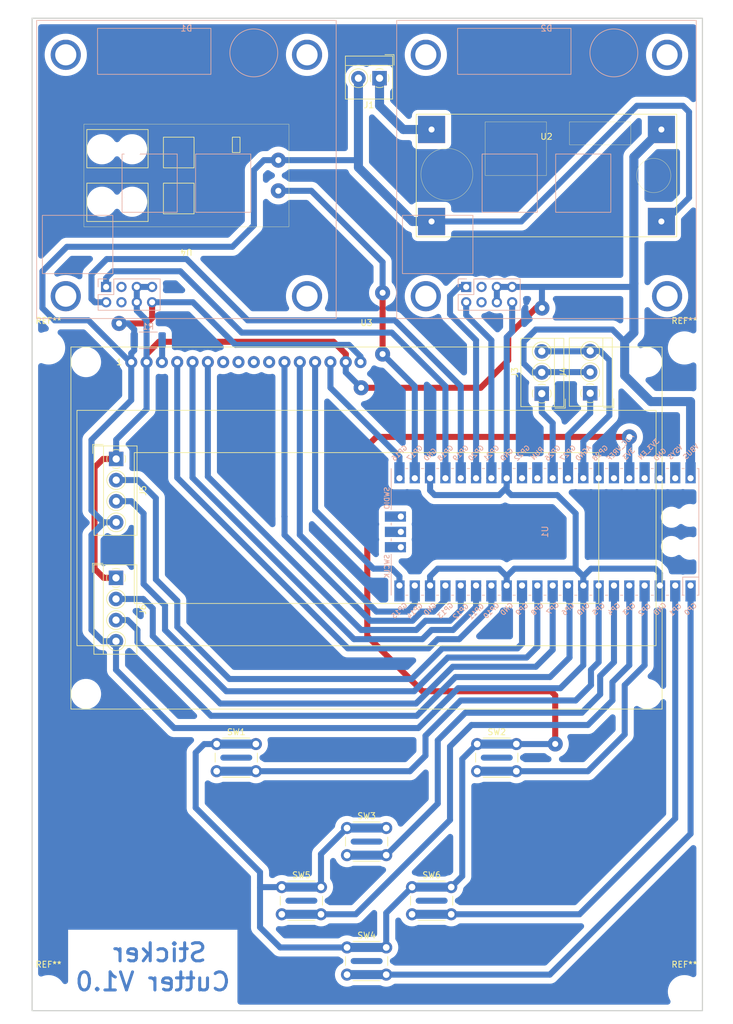
<source format=kicad_pcb>
(kicad_pcb (version 20211014) (generator pcbnew)
  (layers (0 "F.Cu" signal) (31 "B.Cu" signal) (34 "B.Paste" user) (35 "F.Paste" user) (36 "B.SilkS" user "B.Silkscreen") (37 "F.SilkS" user "F.Silkscreen") (38 "B.Mask" user) (39 "F.Mask" user) (44 "Edge.Cuts" user))
  (net 0 "")
  (net 1 "GND")
  (net 12 "+5V")
  (net 13 "/ENC_0_A")
  (net 14 "/ENC_0_B")
  (net 15 "/ENC_1_A")
  (net 16 "/ENC_1_B")
  (net 17 "/Sense Paper")
  (net 18 "/Sense Line")
  (net 19 "24V")
  (net 21 "Net-(R1-Pad1)")
  (net 22 "/RS")
  (net 23 "/RW")
  (net 24 "/EN")
  (net 25 "/Data_4")
  (net 26 "/Data_5")
  (net 27 "/Data_6")
  (net 28 "/Data_7")
  (net 29 "/Knife")
  (net 30 "/Servo_0_RPWM")
  (net 31 "/Servo_0_LPWM")
  (net 32 "/Servo_1_RPWM")
  (net 33 "/Servo_1_LPWM")
  (net 36 "+3.3V")
  (net 37 "/Forward")
  (net 38 "/Backward")
  (net 39 "/Left")
  (net 40 "/Right")
  (net 45 "/F1")
  (net 46 "/F2")
  (net 48 "/AGND")
  (net 49 "/Out")
  (net 50 "/In")
  (footprint "Button_Switch_THT:SW_PUSH_6mm" (layer "F.Cu") (at 72.188 167.076218)
    (fp_text reference "SW5")
    (fp_text value "Left")
  )
  (footprint "Button_Switch_THT:SW_PUSH_6mm" (layer "F.Cu") (at 93.778 167.076218)
    (fp_text reference "SW6")
    (fp_text value "Right")
  )
  (footprint "" (layer "F.Cu") (at 85.344 84.328)
    (fp_text reference "")
    (fp_text value "")
  )
  (footprint "TerminalBlock_4Ucon:TerminalBlock_4Ucon_1x03_P3.50mm_Horizontal" (layer "F.Cu") (at 115.285 85.288 90)
    (fp_text reference "J3")
    (fp_text value "Line Sensor")
  )
  (footprint "Button_Switch_THT:SW_PUSH_6mm" (layer "F.Cu") (at 83.000782 157.278436)
    (fp_text reference "SW3")
    (fp_text value "In")
  )
  (footprint "HD44780:HD44780 2004A" (layer "F.Cu") (at 86.233 107.569)
    (fp_text reference "U3")
    (fp_text value "LCD20x4_HD44780")
  )
  (footprint "" (layer "F.Cu") (at 115.316 71.12)
    (fp_text reference "")
    (fp_text value "")
  )
  (footprint "TerminalBlock_4Ucon:TerminalBlock_4Ucon_1x04_P3.50mm_Horizontal" (layer "F.Cu") (at 44.704 115.824 -90)
    (fp_text reference "J6")
    (fp_text value "ENC_1")
  )
  (footprint "" (layer "F.Cu") (at 88.9 68.58)
    (fp_text reference "")
    (fp_text value "")
  )
  (footprint "MountingHole:MountingHole_3.5mm" (layer "F.Cu") (at 33.528 184.404)
    (fp_text reference "REF**")
    (fp_text value "MountingHole_3.5mm")
  )
  (footprint "power_module:LM2596S DC-DC Converter module" (layer "F.Cu") (at 116.0653 49.149)
    (fp_text reference "U2")
    (fp_text value "DC-DC_LM2596s")
  )
  (footprint "" (layer "F.Cu") (at 117.516397 143.352707)
    (fp_text reference "")
    (fp_text value "")
  )
  (footprint "" (layer "F.Cu") (at 88.9 78.74)
    (fp_text reference "")
    (fp_text value "")
  )
  (footprint "Button_Switch_THT:SW_PUSH_6mm" (layer "F.Cu") (at 61.393 143.368436)
    (fp_text reference "SW1")
    (fp_text value "F1")
  )
  (footprint "MountingHole:MountingHole_3.5mm" (layer "F.Cu") (at 138.938 77.724)
    (fp_text reference "REF**")
    (fp_text value "MountingHole_3.5mm")
  )
  (footprint "MOS_Switches:MOS_PWM_15A" (layer "F.Cu") (at 56.3753 49.149 180)
    (fp_text reference "U4")
    (fp_text value "PWM_MOS_15A")
  )
  (footprint "Button_Switch_THT:SW_PUSH_6mm" (layer "F.Cu") (at 83.000782 177.074)
    (fp_text reference "SW4")
    (fp_text value "Out")
  )
  (footprint "TerminalBlock_4Ucon:TerminalBlock_4Ucon_1x02_P3.50mm_Horizontal" (layer "F.Cu") (at 88.392 33.02 180)
    (fp_text reference "J1")
    (fp_text value "24V")
  )
  (footprint "TerminalBlock_4Ucon:TerminalBlock_4Ucon_1x04_P3.50mm_Horizontal" (layer "F.Cu") (at 44.735 96.124 -90)
    (fp_text reference "J5")
    (fp_text value "ENC_0")
  )
  (footprint "MountingHole:MountingHole_3.5mm" (layer "F.Cu") (at 33.528 77.724)
    (fp_text reference "REF**")
    (fp_text value "MountingHole_3.5mm")
  )
  (footprint "TerminalBlock_4Ucon:TerminalBlock_4Ucon_1x03_P3.50mm_Horizontal" (layer "F.Cu") (at 123.313 85.232 90)
    (fp_text reference "J4")
    (fp_text value "Paper Sensor")
  )
  (footprint "MountingHole:MountingHole_3.5mm" (layer "F.Cu") (at 138.938 184.404)
    (fp_text reference "REF**")
    (fp_text value "MountingHole_3.5mm")
  )
  (footprint "" (layer "F.Cu") (at 129.813286 92.469792)
    (fp_text reference "")
    (fp_text value "")
  )
  (footprint "" (layer "F.Cu") (at 45.212 73.66)
    (fp_text reference "")
    (fp_text value "")
  )
  (footprint "Button_Switch_THT:SW_PUSH_6mm" (layer "F.Cu") (at 104.573 143.368436)
    (fp_text reference "SW2")
    (fp_text value "F2")
  )
  (footprint "Resistor_SMD:R_2010_5025Metric" (layer "B.Cu") (at 50.038 76.454 180)
    (fp_text reference "R1")
    (fp_text value "330")
  )
  (footprint "Handsontech:BTS7960" (layer "B.Cu") (at 56.3753 49.149 180)
    (fp_text reference "D1")
    (fp_text value "BTS7960")
  )
  (footprint "MCU_RaspberryPi_and_Boards:RPi_Pico_SMD_TH" (layer "B.Cu") (at 115.824 108.204 90)
    (fp_text reference "U1")
    (fp_text value "Pico")
  )
  (footprint "Handsontech:BTS7960" (layer "B.Cu") (at 116.0653 49.149 180)
    (fp_text reference "D2")
    (fp_text value "BTS7960")
  )
  (gr_rect (start 30.793 23.086) (end 141.918 187.551) (layer "Edge.Cuts") (width 0.2) (fill none))
  (gr_text "Sticker \nCutter V1.0" (at 50.8 180.34) (layer "B.Cu") (effects (font (size 3 3) (thickness 0.5)) (justify mirror)))
  (segment (start 49.784 73.66) (end 50.6903 72.7537) (width 1) (layer "F.Cu") (net 1))
  (segment (start 50.6903 72.7537) (end 50.6903 70.1548) (width 1) (layer "F.Cu") (net 1))
  (segment (start 45.212 73.66) (end 49.784 73.66) (width 1) (layer "F.Cu") (net 1))
  (segment (start 84.821 46.609) (end 84.892 46.68) (width 1) (layer "B.Cu") (net 1))
  (segment (start 96.774 115.57) (end 96.774 117.094) (width 1) (layer "B.Cu") (net 1))
  (segment (start 42.728 106.624) (end 44.735 106.624) (width 1) (layer "B.Cu") (net 1))
  (segment (start 97.0153 56.769) (end 93.853 56.769) (width 1.5) (layer "B.Cu") (net 1))
  (segment (start 109.474 99.314) (end 109.474 101.346) (width 1) (layer "B.Cu") (net 1))
  (segment (start 40.132 73.152) (end 34.544 73.152) (width 1) (layer "B.Cu") (net 1))
  (segment (start 45.212 73.66) (end 46.736 73.66) (width 1) (layer "B.Cu") (net 1))
  (segment (start 42.672 106.68) (end 42.728 106.624) (width 1) (layer "B.Cu") (net 1))
  (segment (start 47.233 78.624) (end 47.233 80.069) (width 1) (layer "B.Cu") (net 1))
  (segment (start 109.474 115.57) (end 109.474 117.094) (width 1) (layer "B.Cu") (net 1))
  (segment (start 122.174 117.094) (end 122.174 115.57) (width 1) (layer "B.Cu") (net 1))
  (segment (start 71.6153 46.609) (end 84.821 46.609) (width 1) (layer "B.Cu") (net 1))
  (segment (start 47.7255 78.1315) (end 47.233 78.624) (width 1) (layer "B.Cu") (net 1))
  (segment (start 83.312 77.216) (end 64.516 77.216) (width 1) (layer "B.Cu") (net 1))
  (segment (start 40.64 124.46) (end 40.64 108.712) (width 1) (layer "B.Cu") (net 1))
  (segment (start 47.7255 76.454) (end 47.7255 78.1315) (width 1) (layer "B.Cu") (net 1))
  (segment (start 109.474 75.946) (end 110.3803 75.0397) (width 1) (layer "B.Cu") (net 1))
  (segment (start 109.474 115.57) (end 108.204 114.3) (width 1) (layer "B.Cu") (net 1))
  (segment (start 46.736 73.66) (end 47.7255 74.6495) (width 1) (layer "B.Cu") (net 1))
  (segment (start 139.7 38.608) (end 138.684 37.592) (width 1) (layer "B.Cu") (net 1))
  (segment (start 97.536 102.108) (end 108.204 102.108) (width 1) (layer "B.Cu") (net 1))
  (segment (start 96.774 101.346) (end 97.536 102.108) (width 1) (layer "B.Cu") (net 1))
  (segment (start 40.64 92.964) (end 40.64 104.648) (width 1) (layer "B.Cu") (net 1))
  (segment (start 32.512 71.12) (end 32.512 65.024) (width 1) (layer "B.Cu") (net 1))
  (segment (start 110.3803 75.0397) (end 110.3803 70.1548) (width 1) (layer "B.Cu") (net 1))
  (segment (start 47.049 80.069) (end 40.132 73.152) (width 1) (layer "B.Cu") (net 1))
  (segment (start 117.856 102.108) (end 120.904 105.156) (width 1) (layer "B.Cu") (net 1))
  (segment (start 54.356 140.716) (end 44.704 131.064) (width 1) (layer "B.Cu") (net 1))
  (segment (start 122.174 115.57) (end 120.904 114.3) (width 1) (layer "B.Cu") (net 1))
  (segment (start 47.233 86.371) (end 40.64 92.964) (width 1) (layer "B.Cu") (net 1))
  (segment (start 98.044 114.3) (end 96.774 115.57) (width 1) (layer "B.Cu") (net 1))
  (segment (start 34.544 73.152) (end 32.512 71.12) (width 1) (layer "B.Cu") (net 1))
  (segment (start 109.474 101.346) (end 110.236 102.108) (width 1) (layer "B.Cu") (net 1))
  (segment (start 93.853 56.769) (end 84.892 47.808) (width 1.5) (layer "B.Cu") (net 1))
  (segment (start 85.233 79.137) (end 83.312 77.216) (width 1) (layer "B.Cu") (net 1))
  (segment (start 64.516 77.216) (end 57.4548 70.1548) (width 1) (layer "B.Cu") (net 1))
  (segment (start 96.774 99.314) (end 96.774 101.346) (width 1) (layer "B.Cu") (net 1))
  (segment (start 134.874 117.094) (end 134.874 115.062) (width 1) (layer "B.Cu") (net 1))
  (segment (start 131.064 37.592) (end 111.887 56.769) (width 1) (layer "B.Cu") (net 1))
  (segment (start 134.874 115.062) (end 134.112 114.3) (width 1) (layer "B.Cu") (net 1))
  (segment (start 84.892 46.68) (end 84.892 33.02) (width 1.5) (layer "B.Cu") (net 1))
  (segment (start 139.7 52.832) (end 139.7 38.608) (width 1) (layer "B.Cu") (net 1))
  (segment (start 108.204 114.3) (end 98.044 114.3) (width 1) (layer "B.Cu") (net 1))
  (segment (start 118.364 134.112) (end 101.426944 134.112) (width 1) (layer "B.Cu") (net 1))
  (segment (start 42.504 126.324) (end 40.64 124.46) (width 1) (layer "B.Cu") (net 1))
  (segment (start 85.233 80.069) (end 85.233 79.137) (width 1) (layer "B.Cu") (net 1))
  (segment (start 134.874 117.094) (end 134.983001 117.203001) (width 1) (layer "B.Cu") (net 1))
  (segment (start 134.112 114.3) (end 123.444 114.3) (width 1) (layer "B.Cu") (net 1))
  (segment (start 122.174 130.302) (end 118.364 134.112) (width 1) (layer "B.Cu") (net 1))
  (segment (start 109.474 100.838) (end 109.474 99.314) (width 1) (layer "B.Cu") (net 1))
  (segment (start 67.564 48.26) (end 69.215 46.609) (width 1) (layer "B.Cu") (net 1))
  (segment (start 44.704 131.064) (end 44.704 126.324) (width 1) (layer "B.Cu") (net 1))
  (segment (start 44.704 126.324) (end 42.504 126.324) (width 1) (layer "B.Cu") (net 1))
  (segment (start 67.564 57.404) (end 67.564 48.26) (width 1) (layer "B.Cu") (net 1))
  (segment (start 109.474 99.314) (end 109.474 75.946) (width 1) (layer "B.Cu") (net 1))
  (segment (start 101.426944 134.112) (end 94.822944 140.716) (width 1) (layer "B.Cu") (net 1))
  (segment (start 84.892 47.808) (end 84.892 46.68) (width 1.5) (layer "B.Cu") (net 1))
  (segment (start 47.233 80.069) (end 47.049 80.069) (width 1) (layer "B.Cu") (net 1))
  (segment (start 36.576 60.96) (end 64.008 60.96) (width 1) (layer "B.Cu") (net 1))
  (segment (start 57.4548 70.1548) (end 50.6903 70.1548) (width 1) (layer "B.Cu") (net 1))
  (segment (start 120.904 114.3) (end 110.744 114.3) (width 1) (layer "B.Cu") (net 1))
  (segment (start 111.887 56.769) (end 97.0153 56.769) (width 1) (layer "B.Cu") (net 1))
  (segment (start 120.904 105.156) (end 120.904 114.3) (width 1) (layer "B.Cu") (net 1))
  (segment (start 123.444 114.3) (end 122.174 115.57) (width 1) (layer "B.Cu") (net 1))
  (segment (start 47.233 80.069) (end 47.233 86.371) (width 1) (layer "B.Cu") (net 1))
  (segment (start 94.822944 140.716) (end 54.356 140.716) (width 1) (layer "B.Cu") (net 1))
  (segment (start 64.008 60.96) (end 67.564 57.404) (width 1) (layer "B.Cu") (net 1))
  (segment (start 135.1153 56.769) (end 135.763 56.769) (width 1) (layer "B.Cu") (net 1))
  (segment (start 40.64 108.712) (end 42.728 106.624) (width 1) (layer "B.Cu") (net 1))
  (segment (start 108.204 102.108) (end 109.474 100.838) (width 1) (layer "B.Cu") (net 1))
  (segment (start 122.174 117.094) (end 122.174 130.302) (width 1) (layer "B.Cu") (net 1))
  (segment (start 32.512 65.024) (end 36.576 60.96) (width 1) (layer "B.Cu") (net 1))
  (segment (start 110.744 114.3) (end 109.474 115.57) (width 1) (layer "B.Cu") (net 1))
  (segment (start 47.7255 74.6495) (end 47.7255 76.454) (width 1) (layer "B.Cu") (net 1))
  (segment (start 135.763 56.769) (end 139.7 52.832) (width 1) (layer "B.Cu") (net 1))
  (segment (start 138.684 37.592) (end 131.064 37.592) (width 1) (layer "B.Cu") (net 1))
  (segment (start 110.236 102.108) (end 117.856 102.108) (width 1) (layer "B.Cu") (net 1))
  (segment (start 69.215 46.609) (end 71.6153 46.609) (width 1) (layer "B.Cu") (net 1))
  (segment (start 40.64 104.648) (end 42.672 106.68) (width 1) (layer "B.Cu") (net 1))
  (segment (start 51.816 76.708) (end 80.772 76.708) (width 1) (layer "F.Cu") (net 12))
  (segment (start 105.156 84.328) (end 109.728 79.756) (width 1) (layer "F.Cu") (net 12))
  (segment (start 44.735 96.124) (end 42.56 96.124) (width 1) (layer "F.Cu") (net 12))
  (segment (start 109.728 75.692) (end 114.3 71.12) (width 1) (layer "F.Cu") (net 12))
  (segment (start 49.773 80.069) (end 49.773 78.751) (width 1) (layer "F.Cu") (net 12))
  (segment (start 80.772 76.708) (end 82.804 78.74) (width 1) (layer "F.Cu") (net 12))
  (segment (start 85.344 84.328) (end 105.156 84.328) (width 1) (layer "F.Cu") (net 12))
  (segment (start 109.728 79.756) (end 109.728 75.692) (width 1) (layer "F.Cu") (net 12))
  (segment (start 82.804 78.74) (end 82.804 80.058) (width 1) (layer "F.Cu") (net 12))
  (segment (start 42.672 115.824) (end 44.704 115.824) (width 1) (layer "F.Cu") (net 12))
  (segment (start 42.56 96.124) (end 41.148 97.536) (width 1) (layer "F.Cu") (net 12))
  (segment (start 41.148 97.536) (end 41.148 114.3) (width 1) (layer "F.Cu") (net 12))
  (segment (start 114.3 71.12) (end 115.316 71.12) (width 1) (layer "F.Cu") (net 12))
  (segment (start 49.773 78.751) (end 51.816 76.708) (width 1) (layer "F.Cu") (net 12))
  (segment (start 41.148 114.3) (end 42.672 115.824) (width 1) (layer "F.Cu") (net 12))
  (segment (start 82.804 80.058) (end 82.793 80.069) (width 1) (layer "F.Cu") (net 12))
  (segment (start 129.032 76.708) (end 129.032 82.296) (width 1.5) (layer "B.Cu") (net 12))
  (segment (start 130.556 75.184) (end 129.032 76.708) (width 1.5) (layer "B.Cu") (net 12))
  (segment (start 115.341 81.732) (end 115.285 81.788) (width 1) (layer "B.Cu") (net 12))
  (segment (start 44.735 92.933) (end 44.735 96.124) (width 1) (layer "B.Cu") (net 12))
  (segment (start 139.954 86.614) (end 133.35 86.614) (width 1.5) (layer "B.Cu") (net 12))
  (segment (start 135.1153 41.529) (end 130.556 46.0883) (width 1.5) (layer "B.Cu") (net 12))
  (segment (start 129.9972 67.6148) (end 130.556 67.056) (width 1) (layer "B.Cu") (net 12))
  (segment (start 82.793 81.777) (end 85.344 84.328) (width 1) (layer "B.Cu") (net 12))
  (segment (start 115.316 67.6656) (end 115.3668 67.6148) (width 1) (layer "B.Cu") (net 12))
  (segment (start 82.793 80.069) (end 82.793 81.777) (width 1) (layer "B.Cu") (net 12))
  (segment (start 107.8403 70.1548) (end 107.8403 67.6148) (width 1) (layer "B.Cu") (net 12))
  (segment (start 49.773 87.895) (end 44.735 92.933) (width 1) (layer "B.Cu") (net 12))
  (segment (start 49.773 74.687) (end 49.784 74.676) (width 1) (layer "B.Cu") (net 12))
  (segment (start 139.954 86.614) (end 139.954 99.314) (width 1.5) (layer "B.Cu") (net 12))
  (segment (start 114.3 74.676) (end 127 74.676) (width 1) (layer "B.Cu") (net 12))
  (segment (start 49.773 80.069) (end 49.773 74.687) (width 1) (layer "B.Cu") (net 12))
  (segment (start 110.3803 67.6148) (end 115.3668 67.6148) (width 1) (layer "B.Cu") (net 12))
  (segment (start 112.268 76.708) (end 114.3 74.676) (width 1) (layer "B.Cu") (net 12))
  (segment (start 48.1503 71.5183) (end 48.1503 70.1548) (width 1) (layer "B.Cu") (net 12))
  (segment (start 130.556 67.056) (end 130.556 75.184) (width 1.5) (layer "B.Cu") (net 12))
  (segment (start 130.556 46.0883) (end 130.556 67.056) (width 1.5) (layer "B.Cu") (net 12))
  (segment (start 48.1503 70.1548) (end 48.1503 67.6148) (width 1) (layer "B.Cu") (net 12))
  (segment (start 49.784 73.152) (end 48.1503 71.5183) (width 1) (layer "B.Cu") (net 12))
  (segment (start 48.1503 67.6148) (end 50.6903 67.6148) (width 1) (layer "B.Cu") (net 12))
  (segment (start 113.792 81.788) (end 112.268 80.264) (width 1) (layer "B.Cu") (net 12))
  (segment (start 127 74.676) (end 129.032 76.708) (width 1) (layer "B.Cu") (net 12))
  (segment (start 49.773 80.069) (end 49.773 87.895) (width 1) (layer "B.Cu") (net 12))
  (segment (start 133.35 86.614) (end 129.032 82.296) (width 1.5) (layer "B.Cu") (net 12))
  (segment (start 49.784 74.676) (end 49.784 73.152) (width 1) (layer "B.Cu") (net 12))
  (segment (start 123.313 81.732) (end 115.341 81.732) (width 1) (layer "B.Cu") (net 12))
  (segment (start 112.268 80.264) (end 112.268 76.708) (width 1) (layer "B.Cu") (net 12))
  (segment (start 115.285 81.788) (end 113.792 81.788) (width 1) (layer "B.Cu") (net 12))
  (segment (start 110.3803 67.6148) (end 107.8403 67.6148) (width 1) (layer "B.Cu") (net 12))
  (segment (start 115.3668 67.6148) (end 129.9972 67.6148) (width 1) (layer "B.Cu") (net 12))
  (segment (start 115.316 71.12) (end 115.316 67.6656) (width 1) (layer "B.Cu") (net 12))
  (segment (start 51.308 102.616) (end 48.316 99.624) (width 1) (layer "B.Cu") (net 13))
  (segment (start 63.5 132.588) (end 54.864 123.952) (width 1) (layer "B.Cu") (net 13))
  (segment (start 112.014 117.094) (end 112.014 126.746) (width 1) (layer "B.Cu") (net 13))
  (segment (start 93.718847 132.588) (end 63.5 132.588) (width 1) (layer "B.Cu") (net 13))
  (segment (start 98.798847 127.508) (end 93.718847 132.588) (width 1) (layer "B.Cu") (net 13))
  (segment (start 112.014 126.746) (end 111.252 127.508) (width 1) (layer "B.Cu") (net 13))
  (segment (start 51.308 116.078) (end 51.308 102.616) (width 1) (layer "B.Cu") (net 13))
  (segment (start 48.316 99.624) (end 44.735 99.624) (width 1) (layer "B.Cu") (net 13))
  (segment (start 54.864 119.634) (end 51.308 116.078) (width 1) (layer "B.Cu") (net 13))
  (segment (start 111.252 127.508) (end 98.798847 127.508) (width 1) (layer "B.Cu") (net 13))
  (segment (start 54.864 123.952) (end 54.864 119.634) (width 1) (layer "B.Cu") (net 13))
  (segment (start 94.124444 134.62) (end 62.992 134.62) (width 1) (layer "B.Cu") (net 14))
  (segment (start 99.712444 129.032) (end 94.124444 134.62) (width 1) (layer "B.Cu") (net 14))
  (segment (start 49.276 116.84) (end 49.276 105.156) (width 1) (layer "B.Cu") (net 14))
  (segment (start 52.832 124.46) (end 52.832 120.396) (width 1) (layer "B.Cu") (net 14))
  (segment (start 62.992 134.62) (end 52.832 124.46) (width 1) (layer "B.Cu") (net 14))
  (segment (start 112.776 129.032) (end 99.712444 129.032) (width 1) (layer "B.Cu") (net 14))
  (segment (start 49.276 105.156) (end 47.244 103.124) (width 1) (layer "B.Cu") (net 14))
  (segment (start 114.554 127.254) (end 112.776 129.032) (width 1) (layer "B.Cu") (net 14))
  (segment (start 52.832 120.396) (end 49.276 116.84) (width 1) (layer "B.Cu") (net 14))
  (segment (start 47.244 103.124) (end 44.735 103.124) (width 1) (layer "B.Cu") (net 14))
  (segment (start 114.554 117.094) (end 114.554 127.254) (width 1) (layer "B.Cu") (net 14))
  (segment (start 49.22 119.324) (end 44.704 119.324) (width 1) (layer "B.Cu") (net 15))
  (segment (start 61.976 136.652) (end 50.8 125.476) (width 1) (layer "B.Cu") (net 15))
  (segment (start 117.094 127.762) (end 114.3 130.556) (width 1) (layer "B.Cu") (net 15))
  (segment (start 50.8 120.904) (end 49.22 119.324) (width 1) (layer "B.Cu") (net 15))
  (segment (start 117.094 117.094) (end 117.094 127.762) (width 1) (layer "B.Cu") (net 15))
  (segment (start 114.3 130.556) (end 100.537944 130.556) (width 1) (layer "B.Cu") (net 15))
  (segment (start 94.441944 136.652) (end 61.976 136.652) (width 1) (layer "B.Cu") (net 15))
  (segment (start 100.537944 130.556) (end 94.441944 136.652) (width 1) (layer "B.Cu") (net 15))
  (segment (start 50.8 125.476) (end 50.8 120.904) (width 1) (layer "B.Cu") (net 15))
  (segment (start 119.634 117.094) (end 119.634 119.454) (width 1) (layer "B.Cu") (net 16))
  (segment (start 46.624 122.824) (end 44.704 122.824) (width 1) (layer "B.Cu") (net 16))
  (segment (start 60.452 138.684) (end 48.26 126.492) (width 1) (layer "B.Cu") (net 16))
  (segment (start 94.568944 138.684) (end 60.452 138.684) (width 1) (layer "B.Cu") (net 16))
  (segment (start 119.888 119.708) (end 119.888 129.032) (width 1) (layer "B.Cu") (net 16))
  (segment (start 119.634 119.454) (end 119.888 119.708) (width 1) (layer "B.Cu") (net 16))
  (segment (start 48.26 126.492) (end 48.26 124.46) (width 1) (layer "B.Cu") (net 16))
  (segment (start 119.888 129.032) (end 116.656 132.264) (width 1) (layer "B.Cu") (net 16))
  (segment (start 100.988944 132.264) (end 94.568944 138.684) (width 1) (layer "B.Cu") (net 16))
  (segment (start 116.656 132.264) (end 100.988944 132.264) (width 1) (layer "B.Cu") (net 16))
  (segment (start 48.26 124.46) (end 46.624 122.824) (width 1) (layer "B.Cu") (net 16))
  (segment (start 115.285 85.288) (end 115.285 88.361) (width 1) (layer "B.Cu") (net 17))
  (segment (start 117.094 90.17) (end 117.094 99.314) (width 1) (layer "B.Cu") (net 17))
  (segment (start 115.285 88.361) (end 117.094 90.17) (width 1) (layer "B.Cu") (net 17))
  (segment (start 119.634 92.202) (end 119.634 99.314) (width 1) (layer "B.Cu") (net 18))
  (segment (start 123.313 85.232) (end 123.313 88.523) (width 1) (layer "B.Cu") (net 18))
  (segment (start 123.313 88.523) (end 119.634 92.202) (width 1) (layer "B.Cu") (net 18))
  (segment (start 88.392 37.592) (end 88.392 33.02) (width 1.5) (layer "B.Cu") (net 19))
  (segment (start 92.329 41.529) (end 88.392 37.592) (width 1.5) (layer "B.Cu") (net 19))
  (segment (start 97.0153 41.529) (end 92.329 41.529) (width 1.5) (layer "B.Cu") (net 19))
  (segment (start 52.3505 76.454) (end 52.3505 80.0315) (width 1) (layer "B.Cu") (net 21))
  (segment (start 52.3505 80.0315) (end 52.313 80.069) (width 1) (layer "B.Cu") (net 21))
  (segment (start 96.52 127.508) (end 83.138944 127.508) (width 1) (layer "B.Cu") (net 22))
  (segment (start 101.6 125.984) (end 98.044 125.984) (width 1) (layer "B.Cu") (net 22))
  (segment (start 83.138944 127.508) (end 54.853 99.222056) (width 1) (layer "B.Cu") (net 22))
  (segment (start 54.853 99.222056) (end 54.853 80.069) (width 1) (layer "B.Cu") (net 22))
  (segment (start 106.934 120.65) (end 101.6 125.984) (width 1) (layer "B.Cu") (net 22))
  (segment (start 106.934 117.094) (end 106.934 120.65) (width 1) (layer "B.Cu") (net 22))
  (segment (start 98.044 125.984) (end 96.52 127.508) (width 1) (layer "B.Cu") (net 22))
  (segment (start 95.504 125.984) (end 84.154944 125.984) (width 1) (layer "B.Cu") (net 23))
  (segment (start 100.584 124.46) (end 97.028 124.46) (width 1) (layer "B.Cu") (net 23))
  (segment (start 57.393 99.222056) (end 57.393 80.069) (width 1) (layer "B.Cu") (net 23))
  (segment (start 84.154944 125.984) (end 57.393 99.222056) (width 1) (layer "B.Cu") (net 23))
  (segment (start 97.028 124.46) (end 95.504 125.984) (width 1) (layer "B.Cu") (net 23))
  (segment (start 104.394 120.65) (end 100.584 124.46) (width 1) (layer "B.Cu") (net 23))
  (segment (start 104.394 117.094) (end 104.394 120.65) (width 1) (layer "B.Cu") (net 23))
  (segment (start 100.076 122.936) (end 96.012 122.936) (width 1) (layer "B.Cu") (net 24))
  (segment (start 96.012 122.936) (end 94.488 124.46) (width 1) (layer "B.Cu") (net 24))
  (segment (start 85.344 124.46) (end 59.933 99.049) (width 1) (layer "B.Cu") (net 24))
  (segment (start 94.488 124.46) (end 85.344 124.46) (width 1) (layer "B.Cu") (net 24))
  (segment (start 101.854 121.158) (end 100.076 122.936) (width 1) (layer "B.Cu") (net 24))
  (segment (start 101.854 117.094) (end 101.854 121.158) (width 1) (layer "B.Cu") (net 24))
  (segment (start 59.933 99.049) (end 59.933 80.069) (width 1) (layer "B.Cu") (net 24))
  (segment (start 99.314 117.094) (end 99.314 119.454) (width 1) (layer "B.Cu") (net 25))
  (segment (start 86.868 122.936) (end 72.644 108.712) (width 1) (layer "B.Cu") (net 25))
  (segment (start 97.356 121.412) (end 95.377 121.412) (width 1) (layer "B.Cu") (net 25))
  (segment (start 93.853 122.936) (end 86.868 122.936) (width 1) (layer "B.Cu") (net 25))
  (segment (start 72.633 105.653) (end 72.633 80.069) (width 1) (layer "B.Cu") (net 25))
  (segment (start 95.377 121.412) (end 93.853 122.936) (width 1) (layer "B.Cu") (net 25))
  (segment (start 72.644 108.712) (end 72.644 105.664) (width 1) (layer "B.Cu") (net 25))
  (segment (start 99.314 119.454) (end 97.356 121.412) (width 1) (layer "B.Cu") (net 25))
  (segment (start 72.644 105.664) (end 72.633 105.653) (width 1) (layer "B.Cu") (net 25))
  (segment (start 92.964 121.412) (end 87.884 121.412) (width 1) (layer "B.Cu") (net 26))
  (segment (start 94.234 117.094) (end 94.234 120.142) (width 1) (layer "B.Cu") (net 26))
  (segment (start 75.173 108.701) (end 75.173 80.069) (width 1) (layer "B.Cu") (net 26))
  (segment (start 87.884 121.412) (end 75.173 108.701) (width 1) (layer "B.Cu") (net 26))
  (segment (start 94.234 120.142) (end 92.964 121.412) (width 1) (layer "B.Cu") (net 26))
  (segment (start 91.694 115.57) (end 90.424 114.3) (width 1) (layer "B.Cu") (net 27))
  (segment (start 90.424 114.3) (end 87.376 114.3) (width 1) (layer "B.Cu") (net 27))
  (segment (start 77.713 104.637) (end 77.713 80.069) (width 1) (layer "B.Cu") (net 27))
  (segment (start 91.694 117.094) (end 91.694 115.57) (width 1) (layer "B.Cu") (net 27))
  (segment (start 87.376 114.3) (end 77.713 104.637) (width 1) (layer "B.Cu") (net 27))
  (segment (start 80.253 84.317) (end 91.694 95.758) (width 1) (layer "B.Cu") (net 28))
  (segment (start 80.253 80.069) (end 80.253 84.317) (width 1) (layer "B.Cu") (net 28))
  (segment (start 91.694 95.758) (end 91.694 99.314) (width 1) (layer "B.Cu") (net 28))
  (segment (start 88.9 78.74) (end 88.9 68.58) (width 1) (layer "F.Cu") (net 29))
  (segment (start 88.9 63.5) (end 77.089 51.689) (width 1) (layer "B.Cu") (net 29))
  (segment (start 94.234 99.314) (end 94.234 84.074) (width 1) (layer "B.Cu") (net 29))
  (segment (start 94.234 84.074) (end 88.9 78.74) (width 1) (layer "B.Cu") (net 29))
  (segment (start 77.089 51.689) (end 71.6153 51.689) (width 1) (layer "B.Cu") (net 29))
  (segment (start 88.9 68.58) (end 88.9 63.5) (width 1) (layer "B.Cu") (net 29))
  (segment (start 99.314 84.074) (end 99.314 99.314) (width 1) (layer "B.Cu") (net 30))
  (segment (start 43.0703 66.1497) (end 44.196 65.024) (width 1) (layer "B.Cu") (net 30))
  (segment (start 44.196 65.024) (end 55.372 65.024) (width 1) (layer "B.Cu") (net 30))
  (segment (start 65.532 75.184) (end 90.424 75.184) (width 1) (layer "B.Cu") (net 30))
  (segment (start 55.372 65.024) (end 65.532 75.184) (width 1) (layer "B.Cu") (net 30))
  (segment (start 43.0703 67.6148) (end 43.0703 66.1497) (width 1) (layer "B.Cu") (net 30))
  (segment (start 90.424 75.184) (end 99.314 84.074) (width 1) (layer "B.Cu") (net 30))
  (segment (start 40.64 69.596) (end 40.64 65.532) (width 1) (layer "B.Cu") (net 31))
  (segment (start 90.932 73.152) (end 101.854 84.074) (width 1) (layer "B.Cu") (net 31))
  (segment (start 101.854 84.074) (end 101.854 99.314) (width 1) (layer "B.Cu") (net 31))
  (segment (start 43.0703 70.1548) (end 41.1988 70.1548) (width 1) (layer "B.Cu") (net 31))
  (segment (start 56.388 62.992) (end 66.548 73.152) (width 1) (layer "B.Cu") (net 31))
  (segment (start 66.548 73.152) (end 90.932 73.152) (width 1) (layer "B.Cu") (net 31))
  (segment (start 43.18 62.992) (end 56.388 62.992) (width 1) (layer "B.Cu") (net 31))
  (segment (start 41.1988 70.1548) (end 40.64 69.596) (width 1) (layer "B.Cu") (net 31))
  (segment (start 40.64 65.532) (end 43.18 62.992) (width 1) (layer "B.Cu") (net 31))
  (segment (start 101.6 99.06) (end 101.854 99.314) (width 1) (layer "B.Cu") (net 31))
  (segment (start 100.076 72.136) (end 100.076 69.088) (width 1) (layer "B.Cu") (net 32))
  (segment (start 104.394 99.314) (end 104.394 76.454) (width 1) (layer "B.Cu") (net 32))
  (segment (start 101.5492 67.6148) (end 102.7603 67.6148) (width 1) (layer "B.Cu") (net 32))
  (segment (start 100.076 69.088) (end 101.5492 67.6148) (width 1) (layer "B.Cu") (net 32))
  (segment (start 104.394 76.454) (end 100.076 72.136) (width 1) (layer "B.Cu") (net 32))
  (segment (start 104.394 99.314) (end 104.648 99.06) (width 1) (layer "B.Cu") (net 32))
  (segment (start 106.934 76.454) (end 102.7603 72.2803) (width 1) (layer "B.Cu") (net 33))
  (segment (start 106.934 99.314) (end 106.934 76.454) (width 1) (layer "B.Cu") (net 33))
  (segment (start 102.7603 72.2803) (end 102.7603 70.1548) (width 1) (layer "B.Cu") (net 33))
  (segment (start 117.516397 135.296397) (end 117.516397 143.352707) (width 1) (layer "F.Cu") (net 36))
  (segment (start 129.794 92.71) (end 130.048 92.456) (width 1) (layer "F.Cu") (net 36))
  (segment (start 87.870208 92.469792) (end 86.36 93.98) (width 1) (layer "F.Cu") (net 36))
  (segment (start 95.504 134.62) (end 116.84 134.62) (width 1) (layer "F.Cu") (net 36))
  (segment (start 86.36 93.98) (end 86.36 125.476) (width 1) (layer "F.Cu") (net 36))
  (segment (start 86.36 125.476) (end 95.504 134.62) (width 1) (layer "F.Cu") (net 36))
  (segment (start 116.84 134.62) (end 117.516397 135.296397) (width 1) (layer "F.Cu") (net 36))
  (segment (start 129.813286 92.469792) (end 87.870208 92.469792) (width 1) (layer "F.Cu") (net 36))
  (segment (start 89.500782 177.074) (end 83.000782 177.074) (width 1.5) (layer "B.Cu") (net 36))
  (segment (start 129.794 99.314) (end 129.794 92.489078) (width 1) (layer "B.Cu") (net 36))
  (segment (start 93.778 167.076218) (end 89.500782 171.353436) (width 1) (layer "B.Cu") (net 36))
  (segment (start 129.794 92.489078) (end 129.813286 92.469792) (width 1) (layer "B.Cu") (net 36))
  (segment (start 72.188 167.076218) (end 68.635782 167.076218) (width 1) (layer "B.Cu") (net 36))
  (segment (start 104.573 143.368436) (end 102.108 145.833436) (width 1) (layer "B.Cu") (net 36))
  (segment (start 89.500782 157.278436) (end 83.000782 157.278436) (width 1.5) (layer "B.Cu") (net 36))
  (segment (start 71.918 177.074) (end 68.58 173.736) (width 1) (layer "B.Cu") (net 36))
  (segment (start 89.500782 171.353436) (end 89.500782 177.074) (width 1) (layer "B.Cu") (net 36))
  (segment (start 111.073 143.368436) (end 117.500668 143.368436) (width 1) (layer "B.Cu") (net 36))
  (segment (start 67.893 143.368436) (end 61.393 143.368436) (width 1.5) (layer "B.Cu") (net 36))
  (segment (start 68.58 167.132) (end 68.58 164.592) (width 1) (layer "B.Cu") (net 36))
  (segment (start 100.278 167.076218) (end 93.778 167.076218) (width 1.5) (layer "B.Cu") (net 36))
  (segment (start 102.108 145.833436) (end 102.108 165.246218) (width 1) (layer "B.Cu") (net 36))
  (segment (start 68.635782 167.076218) (end 68.58 167.132) (width 1) (layer "B.Cu") (net 36))
  (segment (start 117.500668 143.368436) (end 117.516397 143.352707) (width 1) (layer "B.Cu") (net 36))
  (segment (start 78.688 167.076218) (end 72.188 167.076218) (width 1.5) (layer "B.Cu") (net 36))
  (segment (start 57.912 153.924) (end 57.912 144.78) (width 1) (layer "B.Cu") (net 36))
  (segment (start 68.58 173.736) (end 68.58 167.132) (width 1) (layer "B.Cu") (net 36))
  (segment (start 78.688 161.591218) (end 83.000782 157.278436) (width 1) (layer "B.Cu") (net 36))
  (segment (start 57.912 144.78) (end 59.323564 143.368436) (width 1) (layer "B.Cu") (net 36))
  (segment (start 83.000782 177.074) (end 71.918 177.074) (width 1) (layer "B.Cu") (net 36))
  (segment (start 68.58 164.592) (end 57.912 153.924) (width 1) (layer "B.Cu") (net 36))
  (segment (start 59.323564 143.368436) (end 61.393 143.368436) (width 1) (layer "B.Cu") (net 36))
  (segment (start 102.108 165.246218) (end 100.278 167.076218) (width 1) (layer "B.Cu") (net 36))
  (segment (start 78.688 167.076218) (end 78.688 161.591218) (width 1) (layer "B.Cu") (net 36))
  (segment (start 104.573 143.368436) (end 111.073 143.368436) (width 1.5) (layer "B.Cu") (net 36))
  (segment (start 83.000782 181.574) (end 89.500782 181.574) (width 1.5) (layer "B.Cu") (net 38))
  (segment (start 116.622 181.574) (end 139.954 158.242) (width 1) (layer "B.Cu") (net 38))
  (segment (start 89.500782 181.574) (end 116.622 181.574) (width 1) (layer "B.Cu") (net 38))
  (segment (start 139.954 158.242) (end 139.954 117.094) (width 1) (layer "B.Cu") (net 38))
  (segment (start 127 136.144) (end 127 133.096) (width 1) (layer "B.Cu") (net 39))
  (segment (start 127 133.096) (end 129.794 130.302) (width 1) (layer "B.Cu") (net 39))
  (segment (start 103.632 140.208) (end 122.936 140.208) (width 1) (layer "B.Cu") (net 39))
  (segment (start 100.076 155.956) (end 100.076 143.764) (width 1) (layer "B.Cu") (net 39))
  (segment (start 129.794 130.302) (end 129.794 117.094) (width 1) (layer "B.Cu") (net 39))
  (segment (start 100.076 143.764) (end 103.632 140.208) (width 1) (layer "B.Cu") (net 39))
  (segment (start 122.936 140.208) (end 127 136.144) (width 1) (layer "B.Cu") (net 39))
  (segment (start 84.455782 171.576218) (end 100.076 155.956) (width 1) (layer "B.Cu") (net 39))
  (segment (start 78.688 171.576218) (end 84.455782 171.576218) (width 1) (layer "B.Cu") (net 39))
  (segment (start 78.688 171.576218) (end 72.188 171.576218) (width 1.5) (layer "B.Cu") (net 39))
  (segment (start 100.278 171.576218) (end 93.778 171.576218) (width 1.5) (layer "B.Cu") (net 40))
  (segment (start 100.278 171.576218) (end 121.539782 171.576218) (width 1) (layer "B.Cu") (net 40))
  (segment (start 121.539782 171.576218) (end 137.414 155.702) (width 1) (layer "B.Cu") (net 40))
  (segment (start 137.414 155.702) (end 137.414 117.094) (width 1) (layer "B.Cu") (net 40))
  (segment (start 124.714 129.794) (end 124.714 117.094) (width 1) (layer "B.Cu") (net 45))
  (segment (start 96.012 145.288) (end 96.012 141.986) (width 1) (layer "B.Cu") (net 45))
  (segment (start 67.893 147.868436) (end 61.393 147.868436) (width 1.5) (layer "B.Cu") (net 45))
  (segment (start 93.431564 147.868436) (end 96.012 145.288) (width 1) (layer "B.Cu") (net 45))
  (segment (start 123.444 131.064) (end 124.714 129.794) (width 1) (layer "B.Cu") (net 45))
  (segment (start 123.444 133.604) (end 123.444 131.064) (width 1) (layer "B.Cu") (net 45))
  (segment (start 96.012 141.986) (end 101.854 136.144) (width 1) (layer "B.Cu") (net 45))
  (segment (start 101.854 136.144) (end 120.904 136.144) (width 1) (layer "B.Cu") (net 45))
  (segment (start 67.893 147.868436) (end 93.431564 147.868436) (width 1) (layer "B.Cu") (net 45))
  (segment (start 120.904 136.144) (end 123.444 133.604) (width 1) (layer "B.Cu") (net 45))
  (segment (start 132.334 130.302) (end 132.334 117.094) (width 1) (layer "B.Cu") (net 46))
  (segment (start 111.073 147.868436) (end 122.936 147.868436) (width 1) (layer "B.Cu") (net 46))
  (segment (start 122.936 147.868436) (end 129.032 141.772436) (width 1) (layer "B.Cu") (net 46))
  (segment (start 129.032 133.604) (end 132.334 130.302) (width 1) (layer "B.Cu") (net 46))
  (segment (start 129.032 141.772436) (end 129.032 133.604) (width 1) (layer "B.Cu") (net 46))
  (segment (start 111.073 147.868436) (end 104.573 147.868436) (width 1.5) (layer "B.Cu") (net 46))
  (segment (start 123.257 78.288) (end 123.313 78.232) (width 1) (layer "B.Cu") (net 48))
  (segment (start 126.492 79.756) (end 126.492 88.9) (width 1) (layer "B.Cu") (net 48))
  (segment (start 124.968 78.232) (end 126.492 79.756) (width 1) (layer "B.Cu") (net 48))
  (segment (start 115.285 78.288) (end 123.257 78.288) (width 1) (layer "B.Cu") (net 48))
  (segment (start 126.492 88.9) (end 122.174 93.218) (width 1) (layer "B.Cu") (net 48))
  (segment (start 123.313 78.232) (end 124.968 78.232) (width 1) (layer "B.Cu") (net 48))
  (segment (start 122.174 93.218) (end 122.174 99.314) (width 1) (layer "B.Cu") (net 48))
  (segment (start 124.968 135.128) (end 124.968 132.08) (width 1) (layer "B.Cu") (net 50))
  (segment (start 127.254 129.794) (end 127.254 117.094) (width 1) (layer "B.Cu") (net 50))
  (segment (start 102.616 138.176) (end 121.92 138.176) (width 1) (layer "B.Cu") (net 50))
  (segment (start 98.044 142.748) (end 102.616 138.176) (width 1) (layer "B.Cu") (net 50))
  (segment (start 98.044 153.235218) (end 98.044 142.748) (width 1) (layer "B.Cu") (net 50))
  (segment (start 89.500782 161.778436) (end 83.000782 161.778436) (width 1.5) (layer "B.Cu") (net 50))
  (segment (start 121.92 138.176) (end 124.968 135.128) (width 1) (layer "B.Cu") (net 50))
  (segment (start 89.500782 161.778436) (end 98.044 153.235218) (width 1) (layer "B.Cu") (net 50))
  (segment (start 124.968 132.08) (end 127.254 129.794) (width 1) (layer "B.Cu") (net 50))
  (zone (net 0) (net_name "") (layer "B.Cu") (connect_pads (clearance 1)) (min_thickness 1) (fill yes (thermal_gap 1) (thermal_bridge_width 1) (smoothing fillet))
    (polygon (pts (xy 141.224 186.944) (xy 31.496 186.944) (xy 31.496 23.876) (xy 141.224 23.876)))
  )
)
</source>
